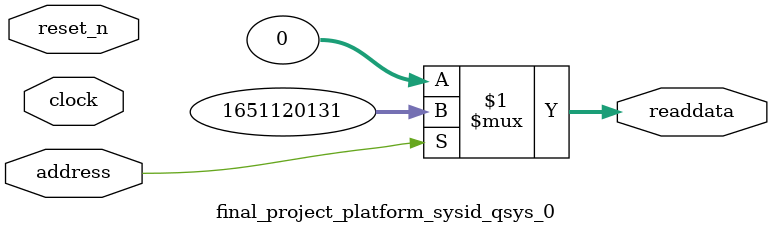
<source format=v>



// synthesis translate_off
`timescale 1ns / 1ps
// synthesis translate_on

// turn off superfluous verilog processor warnings 
// altera message_level Level1 
// altera message_off 10034 10035 10036 10037 10230 10240 10030 

module final_project_platform_sysid_qsys_0 (
               // inputs:
                address,
                clock,
                reset_n,

               // outputs:
                readdata
             )
;

  output  [ 31: 0] readdata;
  input            address;
  input            clock;
  input            reset_n;

  wire    [ 31: 0] readdata;
  //control_slave, which is an e_avalon_slave
  assign readdata = address ? 1651120131 : 0;

endmodule



</source>
